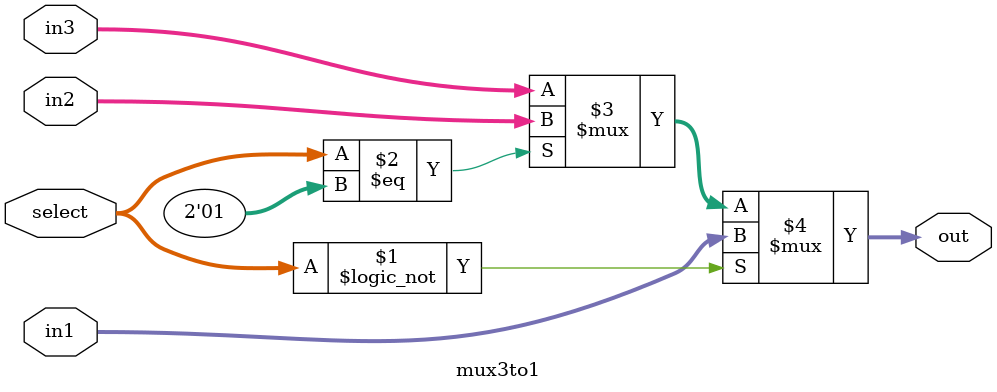
<source format=v>
module mux3to1(in1, in2, in3, select, out);

input [31:0]in1, in2, in3;
input [1:0]select;
output wire [31:0]out;

assign out = select==0?in1:(select==1?in2:in3);
endmodule
</source>
